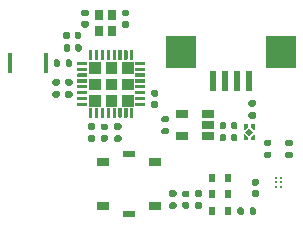
<source format=gtp>
%TF.GenerationSoftware,KiCad,Pcbnew,(5.1.12)-1*%
%TF.CreationDate,2024-01-05T22:51:58+02:00*%
%TF.ProjectId,FlexBandage,466c6578-4261-46e6-9461-67652e6b6963,rev?*%
%TF.SameCoordinates,Original*%
%TF.FileFunction,Paste,Top*%
%TF.FilePolarity,Positive*%
%FSLAX46Y46*%
G04 Gerber Fmt 4.6, Leading zero omitted, Abs format (unit mm)*
G04 Created by KiCad (PCBNEW (5.1.12)-1) date 2024-01-05 22:51:58*
%MOMM*%
%LPD*%
G01*
G04 APERTURE LIST*
%ADD10C,0.001000*%
%ADD11C,0.010000*%
%ADD12C,0.100000*%
%ADD13R,1.000000X0.700000*%
%ADD14R,1.100000X0.550000*%
%ADD15R,0.750000X0.850000*%
%ADD16C,0.250000*%
%ADD17R,1.060000X0.650000*%
%ADD18R,2.500000X2.800000*%
%ADD19R,0.600000X1.700000*%
%ADD20R,0.400000X1.800000*%
%ADD21R,0.600000X0.700000*%
G04 APERTURE END LIST*
D10*
%TO.C,U4*%
G36*
X139776380Y-118292280D02*
G01*
X139951380Y-118472280D01*
X140026380Y-118472280D01*
X140026380Y-118072280D01*
X139776380Y-118072280D01*
X139776380Y-118292280D01*
G37*
X139776380Y-118292280D02*
X139951380Y-118472280D01*
X140026380Y-118472280D01*
X140026380Y-118072280D01*
X139776380Y-118072280D01*
X139776380Y-118292280D01*
G36*
X139376380Y-118292280D02*
G01*
X139201380Y-118472280D01*
X139126380Y-118472280D01*
X139126380Y-118072280D01*
X139376380Y-118072280D01*
X139376380Y-118292280D01*
G37*
X139376380Y-118292280D02*
X139201380Y-118472280D01*
X139126380Y-118472280D01*
X139126380Y-118072280D01*
X139376380Y-118072280D01*
X139376380Y-118292280D01*
G36*
X139776380Y-119152280D02*
G01*
X139951380Y-118972280D01*
X140026380Y-118972280D01*
X140026380Y-119372280D01*
X139776380Y-119372280D01*
X139776380Y-119152280D01*
G37*
X139776380Y-119152280D02*
X139951380Y-118972280D01*
X140026380Y-118972280D01*
X140026380Y-119372280D01*
X139776380Y-119372280D01*
X139776380Y-119152280D01*
G36*
X139376380Y-119152280D02*
G01*
X139126380Y-118902280D01*
X139126380Y-119372280D01*
X139376380Y-119372280D01*
X139376380Y-119152280D01*
G37*
X139376380Y-119152280D02*
X139126380Y-118902280D01*
X139126380Y-119372280D01*
X139376380Y-119372280D01*
X139376380Y-119152280D01*
D11*
%TO.C,U1*%
G36*
X127460000Y-115634700D02*
G01*
X128360000Y-115634700D01*
X128360000Y-116534700D01*
X127460000Y-116534700D01*
X127460000Y-115634700D01*
G37*
X127460000Y-115634700D02*
X128360000Y-115634700D01*
X128360000Y-116534700D01*
X127460000Y-116534700D01*
X127460000Y-115634700D01*
G36*
X126060000Y-115634700D02*
G01*
X126960000Y-115634700D01*
X126960000Y-116534700D01*
X126060000Y-116534700D01*
X126060000Y-115634700D01*
G37*
X126060000Y-115634700D02*
X126960000Y-115634700D01*
X126960000Y-116534700D01*
X126060000Y-116534700D01*
X126060000Y-115634700D01*
G36*
X126060000Y-112834700D02*
G01*
X126960000Y-112834700D01*
X126960000Y-113734700D01*
X126060000Y-113734700D01*
X126060000Y-112834700D01*
G37*
X126060000Y-112834700D02*
X126960000Y-112834700D01*
X126960000Y-113734700D01*
X126060000Y-113734700D01*
X126060000Y-112834700D01*
G36*
X126060000Y-114234700D02*
G01*
X126960000Y-114234700D01*
X126960000Y-115134700D01*
X126060000Y-115134700D01*
X126060000Y-114234700D01*
G37*
X126060000Y-114234700D02*
X126960000Y-114234700D01*
X126960000Y-115134700D01*
X126060000Y-115134700D01*
X126060000Y-114234700D01*
G36*
X128860000Y-114234700D02*
G01*
X129760000Y-114234700D01*
X129760000Y-115134700D01*
X128860000Y-115134700D01*
X128860000Y-114234700D01*
G37*
X128860000Y-114234700D02*
X129760000Y-114234700D01*
X129760000Y-115134700D01*
X128860000Y-115134700D01*
X128860000Y-114234700D01*
G36*
X128860000Y-115634700D02*
G01*
X129760000Y-115634700D01*
X129760000Y-116534700D01*
X128860000Y-116534700D01*
X128860000Y-115634700D01*
G37*
X128860000Y-115634700D02*
X129760000Y-115634700D01*
X129760000Y-116534700D01*
X128860000Y-116534700D01*
X128860000Y-115634700D01*
G36*
X128860000Y-112834700D02*
G01*
X129760000Y-112834700D01*
X129760000Y-113734700D01*
X128860000Y-113734700D01*
X128860000Y-112834700D01*
G37*
X128860000Y-112834700D02*
X129760000Y-112834700D01*
X129760000Y-113734700D01*
X128860000Y-113734700D01*
X128860000Y-112834700D01*
G36*
X127460000Y-112834700D02*
G01*
X128360000Y-112834700D01*
X128360000Y-113734700D01*
X127460000Y-113734700D01*
X127460000Y-112834700D01*
G37*
X127460000Y-112834700D02*
X128360000Y-112834700D01*
X128360000Y-113734700D01*
X127460000Y-113734700D01*
X127460000Y-112834700D01*
G36*
X127460000Y-114234700D02*
G01*
X128360000Y-114234700D01*
X128360000Y-115134700D01*
X127460000Y-115134700D01*
X127460000Y-114234700D01*
G37*
X127460000Y-114234700D02*
X128360000Y-114234700D01*
X128360000Y-115134700D01*
X127460000Y-115134700D01*
X127460000Y-114234700D01*
%TD*%
D12*
%TO.C,U4*%
G36*
X139576380Y-119061691D02*
G01*
X139236969Y-118722280D01*
X139576380Y-118382869D01*
X139915791Y-118722280D01*
X139576380Y-119061691D01*
G37*
%TD*%
D13*
%TO.C,S1*%
X131634000Y-121300000D03*
X127234000Y-121300000D03*
X131634000Y-125000000D03*
X127234000Y-125000000D03*
D14*
X129434000Y-120625000D03*
X129434000Y-125675000D03*
%TD*%
D15*
%TO.C,Y1*%
X127945000Y-108820000D03*
X127945000Y-110170000D03*
X126895000Y-110170000D03*
X126895000Y-108820000D03*
%TD*%
D16*
%TO.C,U3*%
X142261000Y-123409000D03*
X141861000Y-123409000D03*
X142261000Y-123009000D03*
X141861000Y-123009000D03*
X142261000Y-122609000D03*
X141861000Y-122609000D03*
%TD*%
D17*
%TO.C,U2*%
X133870000Y-119135000D03*
X133870000Y-117235000D03*
X136070000Y-117235000D03*
X136070000Y-118185000D03*
X136070000Y-119135000D03*
%TD*%
D18*
%TO.C,J1*%
X133800000Y-111980000D03*
X142300000Y-111980000D03*
D19*
X136550000Y-114430000D03*
X137550000Y-114430000D03*
X138550000Y-114430000D03*
X139550000Y-114430000D03*
%TD*%
D20*
%TO.C,ANT1*%
X119310000Y-112930000D03*
X122410000Y-112930000D03*
%TD*%
%TO.C,U1*%
G36*
G01*
X129955000Y-113061600D02*
X129955000Y-112807800D01*
G75*
G02*
X129963100Y-112799700I8100J0D01*
G01*
X130756900Y-112799700D01*
G75*
G02*
X130765000Y-112807800I0J-8100D01*
G01*
X130765000Y-113061600D01*
G75*
G02*
X130756900Y-113069700I-8100J0D01*
G01*
X129963100Y-113069700D01*
G75*
G02*
X129955000Y-113061600I0J8100D01*
G01*
G37*
G36*
G01*
X129955000Y-113561600D02*
X129955000Y-113307800D01*
G75*
G02*
X129963100Y-113299700I8100J0D01*
G01*
X130756900Y-113299700D01*
G75*
G02*
X130765000Y-113307800I0J-8100D01*
G01*
X130765000Y-113561600D01*
G75*
G02*
X130756900Y-113569700I-8100J0D01*
G01*
X129963100Y-113569700D01*
G75*
G02*
X129955000Y-113561600I0J8100D01*
G01*
G37*
G36*
G01*
X129955000Y-114061600D02*
X129955000Y-113807800D01*
G75*
G02*
X129963100Y-113799700I8100J0D01*
G01*
X130756900Y-113799700D01*
G75*
G02*
X130765000Y-113807800I0J-8100D01*
G01*
X130765000Y-114061600D01*
G75*
G02*
X130756900Y-114069700I-8100J0D01*
G01*
X129963100Y-114069700D01*
G75*
G02*
X129955000Y-114061600I0J8100D01*
G01*
G37*
G36*
G01*
X129955000Y-114561600D02*
X129955000Y-114307800D01*
G75*
G02*
X129963100Y-114299700I8100J0D01*
G01*
X130756900Y-114299700D01*
G75*
G02*
X130765000Y-114307800I0J-8100D01*
G01*
X130765000Y-114561600D01*
G75*
G02*
X130756900Y-114569700I-8100J0D01*
G01*
X129963100Y-114569700D01*
G75*
G02*
X129955000Y-114561600I0J8100D01*
G01*
G37*
G36*
G01*
X129955000Y-115061600D02*
X129955000Y-114807800D01*
G75*
G02*
X129963100Y-114799700I8100J0D01*
G01*
X130756900Y-114799700D01*
G75*
G02*
X130765000Y-114807800I0J-8100D01*
G01*
X130765000Y-115061600D01*
G75*
G02*
X130756900Y-115069700I-8100J0D01*
G01*
X129963100Y-115069700D01*
G75*
G02*
X129955000Y-115061600I0J8100D01*
G01*
G37*
G36*
G01*
X129955000Y-115561600D02*
X129955000Y-115307800D01*
G75*
G02*
X129963100Y-115299700I8100J0D01*
G01*
X130756900Y-115299700D01*
G75*
G02*
X130765000Y-115307800I0J-8100D01*
G01*
X130765000Y-115561600D01*
G75*
G02*
X130756900Y-115569700I-8100J0D01*
G01*
X129963100Y-115569700D01*
G75*
G02*
X129955000Y-115561600I0J8100D01*
G01*
G37*
G36*
G01*
X129955000Y-116061600D02*
X129955000Y-115807800D01*
G75*
G02*
X129963100Y-115799700I8100J0D01*
G01*
X130756900Y-115799700D01*
G75*
G02*
X130765000Y-115807800I0J-8100D01*
G01*
X130765000Y-116061600D01*
G75*
G02*
X130756900Y-116069700I-8100J0D01*
G01*
X129963100Y-116069700D01*
G75*
G02*
X129955000Y-116061600I0J8100D01*
G01*
G37*
G36*
G01*
X129955000Y-116561600D02*
X129955000Y-116307800D01*
G75*
G02*
X129963100Y-116299700I8100J0D01*
G01*
X130756900Y-116299700D01*
G75*
G02*
X130765000Y-116307800I0J-8100D01*
G01*
X130765000Y-116561600D01*
G75*
G02*
X130756900Y-116569700I-8100J0D01*
G01*
X129963100Y-116569700D01*
G75*
G02*
X129955000Y-116561600I0J8100D01*
G01*
G37*
G36*
G01*
X125055000Y-116561600D02*
X125055000Y-116307800D01*
G75*
G02*
X125063100Y-116299700I8100J0D01*
G01*
X125856900Y-116299700D01*
G75*
G02*
X125865000Y-116307800I0J-8100D01*
G01*
X125865000Y-116561600D01*
G75*
G02*
X125856900Y-116569700I-8100J0D01*
G01*
X125063100Y-116569700D01*
G75*
G02*
X125055000Y-116561600I0J8100D01*
G01*
G37*
G36*
G01*
X125055000Y-116061600D02*
X125055000Y-115807800D01*
G75*
G02*
X125063100Y-115799700I8100J0D01*
G01*
X125856900Y-115799700D01*
G75*
G02*
X125865000Y-115807800I0J-8100D01*
G01*
X125865000Y-116061600D01*
G75*
G02*
X125856900Y-116069700I-8100J0D01*
G01*
X125063100Y-116069700D01*
G75*
G02*
X125055000Y-116061600I0J8100D01*
G01*
G37*
G36*
G01*
X125055000Y-115561600D02*
X125055000Y-115307800D01*
G75*
G02*
X125063100Y-115299700I8100J0D01*
G01*
X125856900Y-115299700D01*
G75*
G02*
X125865000Y-115307800I0J-8100D01*
G01*
X125865000Y-115561600D01*
G75*
G02*
X125856900Y-115569700I-8100J0D01*
G01*
X125063100Y-115569700D01*
G75*
G02*
X125055000Y-115561600I0J8100D01*
G01*
G37*
G36*
G01*
X125055000Y-115061600D02*
X125055000Y-114807800D01*
G75*
G02*
X125063100Y-114799700I8100J0D01*
G01*
X125856900Y-114799700D01*
G75*
G02*
X125865000Y-114807800I0J-8100D01*
G01*
X125865000Y-115061600D01*
G75*
G02*
X125856900Y-115069700I-8100J0D01*
G01*
X125063100Y-115069700D01*
G75*
G02*
X125055000Y-115061600I0J8100D01*
G01*
G37*
G36*
G01*
X125055000Y-114561600D02*
X125055000Y-114307800D01*
G75*
G02*
X125063100Y-114299700I8100J0D01*
G01*
X125856900Y-114299700D01*
G75*
G02*
X125865000Y-114307800I0J-8100D01*
G01*
X125865000Y-114561600D01*
G75*
G02*
X125856900Y-114569700I-8100J0D01*
G01*
X125063100Y-114569700D01*
G75*
G02*
X125055000Y-114561600I0J8100D01*
G01*
G37*
G36*
G01*
X125055000Y-114061600D02*
X125055000Y-113807800D01*
G75*
G02*
X125063100Y-113799700I8100J0D01*
G01*
X125856900Y-113799700D01*
G75*
G02*
X125865000Y-113807800I0J-8100D01*
G01*
X125865000Y-114061600D01*
G75*
G02*
X125856900Y-114069700I-8100J0D01*
G01*
X125063100Y-114069700D01*
G75*
G02*
X125055000Y-114061600I0J8100D01*
G01*
G37*
G36*
G01*
X125055000Y-113561600D02*
X125055000Y-113307800D01*
G75*
G02*
X125063100Y-113299700I8100J0D01*
G01*
X125856900Y-113299700D01*
G75*
G02*
X125865000Y-113307800I0J-8100D01*
G01*
X125865000Y-113561600D01*
G75*
G02*
X125856900Y-113569700I-8100J0D01*
G01*
X125063100Y-113569700D01*
G75*
G02*
X125055000Y-113561600I0J8100D01*
G01*
G37*
G36*
G01*
X125055000Y-113061600D02*
X125055000Y-112807800D01*
G75*
G02*
X125063100Y-112799700I8100J0D01*
G01*
X125856900Y-112799700D01*
G75*
G02*
X125865000Y-112807800I0J-8100D01*
G01*
X125865000Y-113061600D01*
G75*
G02*
X125856900Y-113069700I-8100J0D01*
G01*
X125063100Y-113069700D01*
G75*
G02*
X125055000Y-113061600I0J8100D01*
G01*
G37*
G36*
G01*
X126025000Y-112612700D02*
X126025000Y-111856700D01*
G75*
G02*
X126052000Y-111829700I27000J0D01*
G01*
X126268000Y-111829700D01*
G75*
G02*
X126295000Y-111856700I0J-27000D01*
G01*
X126295000Y-112612700D01*
G75*
G02*
X126268000Y-112639700I-27000J0D01*
G01*
X126052000Y-112639700D01*
G75*
G02*
X126025000Y-112612700I0J27000D01*
G01*
G37*
G36*
G01*
X126525000Y-112612700D02*
X126525000Y-111856700D01*
G75*
G02*
X126552000Y-111829700I27000J0D01*
G01*
X126768000Y-111829700D01*
G75*
G02*
X126795000Y-111856700I0J-27000D01*
G01*
X126795000Y-112612700D01*
G75*
G02*
X126768000Y-112639700I-27000J0D01*
G01*
X126552000Y-112639700D01*
G75*
G02*
X126525000Y-112612700I0J27000D01*
G01*
G37*
G36*
G01*
X127025000Y-112612700D02*
X127025000Y-111856700D01*
G75*
G02*
X127052000Y-111829700I27000J0D01*
G01*
X127268000Y-111829700D01*
G75*
G02*
X127295000Y-111856700I0J-27000D01*
G01*
X127295000Y-112612700D01*
G75*
G02*
X127268000Y-112639700I-27000J0D01*
G01*
X127052000Y-112639700D01*
G75*
G02*
X127025000Y-112612700I0J27000D01*
G01*
G37*
G36*
G01*
X127525000Y-112612700D02*
X127525000Y-111856700D01*
G75*
G02*
X127552000Y-111829700I27000J0D01*
G01*
X127768000Y-111829700D01*
G75*
G02*
X127795000Y-111856700I0J-27000D01*
G01*
X127795000Y-112612700D01*
G75*
G02*
X127768000Y-112639700I-27000J0D01*
G01*
X127552000Y-112639700D01*
G75*
G02*
X127525000Y-112612700I0J27000D01*
G01*
G37*
G36*
G01*
X128025000Y-112612700D02*
X128025000Y-111856700D01*
G75*
G02*
X128052000Y-111829700I27000J0D01*
G01*
X128268000Y-111829700D01*
G75*
G02*
X128295000Y-111856700I0J-27000D01*
G01*
X128295000Y-112612700D01*
G75*
G02*
X128268000Y-112639700I-27000J0D01*
G01*
X128052000Y-112639700D01*
G75*
G02*
X128025000Y-112612700I0J27000D01*
G01*
G37*
G36*
G01*
X128525000Y-112612700D02*
X128525000Y-111856700D01*
G75*
G02*
X128552000Y-111829700I27000J0D01*
G01*
X128768000Y-111829700D01*
G75*
G02*
X128795000Y-111856700I0J-27000D01*
G01*
X128795000Y-112612700D01*
G75*
G02*
X128768000Y-112639700I-27000J0D01*
G01*
X128552000Y-112639700D01*
G75*
G02*
X128525000Y-112612700I0J27000D01*
G01*
G37*
G36*
G01*
X129025000Y-112612700D02*
X129025000Y-111856700D01*
G75*
G02*
X129052000Y-111829700I27000J0D01*
G01*
X129268000Y-111829700D01*
G75*
G02*
X129295000Y-111856700I0J-27000D01*
G01*
X129295000Y-112612700D01*
G75*
G02*
X129268000Y-112639700I-27000J0D01*
G01*
X129052000Y-112639700D01*
G75*
G02*
X129025000Y-112612700I0J27000D01*
G01*
G37*
G36*
G01*
X129525000Y-112612700D02*
X129525000Y-111856700D01*
G75*
G02*
X129552000Y-111829700I27000J0D01*
G01*
X129768000Y-111829700D01*
G75*
G02*
X129795000Y-111856700I0J-27000D01*
G01*
X129795000Y-112612700D01*
G75*
G02*
X129768000Y-112639700I-27000J0D01*
G01*
X129552000Y-112639700D01*
G75*
G02*
X129525000Y-112612700I0J27000D01*
G01*
G37*
G36*
G01*
X129525000Y-117512700D02*
X129525000Y-116756700D01*
G75*
G02*
X129552000Y-116729700I27000J0D01*
G01*
X129768000Y-116729700D01*
G75*
G02*
X129795000Y-116756700I0J-27000D01*
G01*
X129795000Y-117512700D01*
G75*
G02*
X129768000Y-117539700I-27000J0D01*
G01*
X129552000Y-117539700D01*
G75*
G02*
X129525000Y-117512700I0J27000D01*
G01*
G37*
G36*
G01*
X129025000Y-117512700D02*
X129025000Y-116756700D01*
G75*
G02*
X129052000Y-116729700I27000J0D01*
G01*
X129268000Y-116729700D01*
G75*
G02*
X129295000Y-116756700I0J-27000D01*
G01*
X129295000Y-117512700D01*
G75*
G02*
X129268000Y-117539700I-27000J0D01*
G01*
X129052000Y-117539700D01*
G75*
G02*
X129025000Y-117512700I0J27000D01*
G01*
G37*
G36*
G01*
X128525000Y-117512700D02*
X128525000Y-116756700D01*
G75*
G02*
X128552000Y-116729700I27000J0D01*
G01*
X128768000Y-116729700D01*
G75*
G02*
X128795000Y-116756700I0J-27000D01*
G01*
X128795000Y-117512700D01*
G75*
G02*
X128768000Y-117539700I-27000J0D01*
G01*
X128552000Y-117539700D01*
G75*
G02*
X128525000Y-117512700I0J27000D01*
G01*
G37*
G36*
G01*
X128025000Y-117512700D02*
X128025000Y-116756700D01*
G75*
G02*
X128052000Y-116729700I27000J0D01*
G01*
X128268000Y-116729700D01*
G75*
G02*
X128295000Y-116756700I0J-27000D01*
G01*
X128295000Y-117512700D01*
G75*
G02*
X128268000Y-117539700I-27000J0D01*
G01*
X128052000Y-117539700D01*
G75*
G02*
X128025000Y-117512700I0J27000D01*
G01*
G37*
G36*
G01*
X127525000Y-117512700D02*
X127525000Y-116756700D01*
G75*
G02*
X127552000Y-116729700I27000J0D01*
G01*
X127768000Y-116729700D01*
G75*
G02*
X127795000Y-116756700I0J-27000D01*
G01*
X127795000Y-117512700D01*
G75*
G02*
X127768000Y-117539700I-27000J0D01*
G01*
X127552000Y-117539700D01*
G75*
G02*
X127525000Y-117512700I0J27000D01*
G01*
G37*
G36*
G01*
X127025000Y-117512700D02*
X127025000Y-116756700D01*
G75*
G02*
X127052000Y-116729700I27000J0D01*
G01*
X127268000Y-116729700D01*
G75*
G02*
X127295000Y-116756700I0J-27000D01*
G01*
X127295000Y-117512700D01*
G75*
G02*
X127268000Y-117539700I-27000J0D01*
G01*
X127052000Y-117539700D01*
G75*
G02*
X127025000Y-117512700I0J27000D01*
G01*
G37*
G36*
G01*
X126525000Y-117512700D02*
X126525000Y-116756700D01*
G75*
G02*
X126552000Y-116729700I27000J0D01*
G01*
X126768000Y-116729700D01*
G75*
G02*
X126795000Y-116756700I0J-27000D01*
G01*
X126795000Y-117512700D01*
G75*
G02*
X126768000Y-117539700I-27000J0D01*
G01*
X126552000Y-117539700D01*
G75*
G02*
X126525000Y-117512700I0J27000D01*
G01*
G37*
G36*
G01*
X126025000Y-117512700D02*
X126025000Y-116756700D01*
G75*
G02*
X126052000Y-116729700I27000J0D01*
G01*
X126268000Y-116729700D01*
G75*
G02*
X126295000Y-116756700I0J-27000D01*
G01*
X126295000Y-117512700D01*
G75*
G02*
X126268000Y-117539700I-27000J0D01*
G01*
X126052000Y-117539700D01*
G75*
G02*
X126025000Y-117512700I0J27000D01*
G01*
G37*
%TD*%
%TO.C,R12*%
G36*
G01*
X142780000Y-120419700D02*
X143150000Y-120419700D01*
G75*
G02*
X143285000Y-120554700I0J-135000D01*
G01*
X143285000Y-120824700D01*
G75*
G02*
X143150000Y-120959700I-135000J0D01*
G01*
X142780000Y-120959700D01*
G75*
G02*
X142645000Y-120824700I0J135000D01*
G01*
X142645000Y-120554700D01*
G75*
G02*
X142780000Y-120419700I135000J0D01*
G01*
G37*
G36*
G01*
X142780000Y-119399700D02*
X143150000Y-119399700D01*
G75*
G02*
X143285000Y-119534700I0J-135000D01*
G01*
X143285000Y-119804700D01*
G75*
G02*
X143150000Y-119939700I-135000J0D01*
G01*
X142780000Y-119939700D01*
G75*
G02*
X142645000Y-119804700I0J135000D01*
G01*
X142645000Y-119534700D01*
G75*
G02*
X142780000Y-119399700I135000J0D01*
G01*
G37*
%TD*%
%TO.C,R11*%
G36*
G01*
X140039380Y-116600000D02*
X139669380Y-116600000D01*
G75*
G02*
X139534380Y-116465000I0J135000D01*
G01*
X139534380Y-116195000D01*
G75*
G02*
X139669380Y-116060000I135000J0D01*
G01*
X140039380Y-116060000D01*
G75*
G02*
X140174380Y-116195000I0J-135000D01*
G01*
X140174380Y-116465000D01*
G75*
G02*
X140039380Y-116600000I-135000J0D01*
G01*
G37*
G36*
G01*
X140039380Y-117620000D02*
X139669380Y-117620000D01*
G75*
G02*
X139534380Y-117485000I0J135000D01*
G01*
X139534380Y-117215000D01*
G75*
G02*
X139669380Y-117080000I135000J0D01*
G01*
X140039380Y-117080000D01*
G75*
G02*
X140174380Y-117215000I0J-135000D01*
G01*
X140174380Y-117485000D01*
G75*
G02*
X140039380Y-117620000I-135000J0D01*
G01*
G37*
%TD*%
%TO.C,R10*%
G36*
G01*
X140977000Y-120419700D02*
X141347000Y-120419700D01*
G75*
G02*
X141482000Y-120554700I0J-135000D01*
G01*
X141482000Y-120824700D01*
G75*
G02*
X141347000Y-120959700I-135000J0D01*
G01*
X140977000Y-120959700D01*
G75*
G02*
X140842000Y-120824700I0J135000D01*
G01*
X140842000Y-120554700D01*
G75*
G02*
X140977000Y-120419700I135000J0D01*
G01*
G37*
G36*
G01*
X140977000Y-119399700D02*
X141347000Y-119399700D01*
G75*
G02*
X141482000Y-119534700I0J-135000D01*
G01*
X141482000Y-119804700D01*
G75*
G02*
X141347000Y-119939700I-135000J0D01*
G01*
X140977000Y-119939700D01*
G75*
G02*
X140842000Y-119804700I0J135000D01*
G01*
X140842000Y-119534700D01*
G75*
G02*
X140977000Y-119399700I135000J0D01*
G01*
G37*
%TD*%
%TO.C,R9*%
G36*
G01*
X135111900Y-124720000D02*
X135481900Y-124720000D01*
G75*
G02*
X135616900Y-124855000I0J-135000D01*
G01*
X135616900Y-125125000D01*
G75*
G02*
X135481900Y-125260000I-135000J0D01*
G01*
X135111900Y-125260000D01*
G75*
G02*
X134976900Y-125125000I0J135000D01*
G01*
X134976900Y-124855000D01*
G75*
G02*
X135111900Y-124720000I135000J0D01*
G01*
G37*
G36*
G01*
X135111900Y-123700000D02*
X135481900Y-123700000D01*
G75*
G02*
X135616900Y-123835000I0J-135000D01*
G01*
X135616900Y-124105000D01*
G75*
G02*
X135481900Y-124240000I-135000J0D01*
G01*
X135111900Y-124240000D01*
G75*
G02*
X134976900Y-124105000I0J135000D01*
G01*
X134976900Y-123835000D01*
G75*
G02*
X135111900Y-123700000I135000J0D01*
G01*
G37*
%TD*%
%TO.C,R8*%
G36*
G01*
X126425000Y-118560000D02*
X126055000Y-118560000D01*
G75*
G02*
X125920000Y-118425000I0J135000D01*
G01*
X125920000Y-118155000D01*
G75*
G02*
X126055000Y-118020000I135000J0D01*
G01*
X126425000Y-118020000D01*
G75*
G02*
X126560000Y-118155000I0J-135000D01*
G01*
X126560000Y-118425000D01*
G75*
G02*
X126425000Y-118560000I-135000J0D01*
G01*
G37*
G36*
G01*
X126425000Y-119580000D02*
X126055000Y-119580000D01*
G75*
G02*
X125920000Y-119445000I0J135000D01*
G01*
X125920000Y-119175000D01*
G75*
G02*
X126055000Y-119040000I135000J0D01*
G01*
X126425000Y-119040000D01*
G75*
G02*
X126560000Y-119175000I0J-135000D01*
G01*
X126560000Y-119445000D01*
G75*
G02*
X126425000Y-119580000I-135000J0D01*
G01*
G37*
%TD*%
%TO.C,R7*%
G36*
G01*
X139624000Y-125635000D02*
X139624000Y-125265000D01*
G75*
G02*
X139759000Y-125130000I135000J0D01*
G01*
X140029000Y-125130000D01*
G75*
G02*
X140164000Y-125265000I0J-135000D01*
G01*
X140164000Y-125635000D01*
G75*
G02*
X140029000Y-125770000I-135000J0D01*
G01*
X139759000Y-125770000D01*
G75*
G02*
X139624000Y-125635000I0J135000D01*
G01*
G37*
G36*
G01*
X138604000Y-125635000D02*
X138604000Y-125265000D01*
G75*
G02*
X138739000Y-125130000I135000J0D01*
G01*
X139009000Y-125130000D01*
G75*
G02*
X139144000Y-125265000I0J-135000D01*
G01*
X139144000Y-125635000D01*
G75*
G02*
X139009000Y-125770000I-135000J0D01*
G01*
X138739000Y-125770000D01*
G75*
G02*
X138604000Y-125635000I0J135000D01*
G01*
G37*
%TD*%
%TO.C,R6*%
G36*
G01*
X132939000Y-124720000D02*
X133309000Y-124720000D01*
G75*
G02*
X133444000Y-124855000I0J-135000D01*
G01*
X133444000Y-125125000D01*
G75*
G02*
X133309000Y-125260000I-135000J0D01*
G01*
X132939000Y-125260000D01*
G75*
G02*
X132804000Y-125125000I0J135000D01*
G01*
X132804000Y-124855000D01*
G75*
G02*
X132939000Y-124720000I135000J0D01*
G01*
G37*
G36*
G01*
X132939000Y-123700000D02*
X133309000Y-123700000D01*
G75*
G02*
X133444000Y-123835000I0J-135000D01*
G01*
X133444000Y-124105000D01*
G75*
G02*
X133309000Y-124240000I-135000J0D01*
G01*
X132939000Y-124240000D01*
G75*
G02*
X132804000Y-124105000I0J135000D01*
G01*
X132804000Y-123835000D01*
G75*
G02*
X132939000Y-123700000I135000J0D01*
G01*
G37*
%TD*%
%TO.C,R5*%
G36*
G01*
X124135000Y-115299700D02*
X124505000Y-115299700D01*
G75*
G02*
X124640000Y-115434700I0J-135000D01*
G01*
X124640000Y-115704700D01*
G75*
G02*
X124505000Y-115839700I-135000J0D01*
G01*
X124135000Y-115839700D01*
G75*
G02*
X124000000Y-115704700I0J135000D01*
G01*
X124000000Y-115434700D01*
G75*
G02*
X124135000Y-115299700I135000J0D01*
G01*
G37*
G36*
G01*
X124135000Y-114279700D02*
X124505000Y-114279700D01*
G75*
G02*
X124640000Y-114414700I0J-135000D01*
G01*
X124640000Y-114684700D01*
G75*
G02*
X124505000Y-114819700I-135000J0D01*
G01*
X124135000Y-114819700D01*
G75*
G02*
X124000000Y-114684700I0J135000D01*
G01*
X124000000Y-114414700D01*
G75*
G02*
X124135000Y-114279700I135000J0D01*
G01*
G37*
%TD*%
%TO.C,R4*%
G36*
G01*
X128660000Y-118560000D02*
X128290000Y-118560000D01*
G75*
G02*
X128155000Y-118425000I0J135000D01*
G01*
X128155000Y-118155000D01*
G75*
G02*
X128290000Y-118020000I135000J0D01*
G01*
X128660000Y-118020000D01*
G75*
G02*
X128795000Y-118155000I0J-135000D01*
G01*
X128795000Y-118425000D01*
G75*
G02*
X128660000Y-118560000I-135000J0D01*
G01*
G37*
G36*
G01*
X128660000Y-119580000D02*
X128290000Y-119580000D01*
G75*
G02*
X128155000Y-119445000I0J135000D01*
G01*
X128155000Y-119175000D01*
G75*
G02*
X128290000Y-119040000I135000J0D01*
G01*
X128660000Y-119040000D01*
G75*
G02*
X128795000Y-119175000I0J-135000D01*
G01*
X128795000Y-119445000D01*
G75*
G02*
X128660000Y-119580000I-135000J0D01*
G01*
G37*
%TD*%
%TO.C,R3*%
G36*
G01*
X132665000Y-117945000D02*
X132295000Y-117945000D01*
G75*
G02*
X132160000Y-117810000I0J135000D01*
G01*
X132160000Y-117540000D01*
G75*
G02*
X132295000Y-117405000I135000J0D01*
G01*
X132665000Y-117405000D01*
G75*
G02*
X132800000Y-117540000I0J-135000D01*
G01*
X132800000Y-117810000D01*
G75*
G02*
X132665000Y-117945000I-135000J0D01*
G01*
G37*
G36*
G01*
X132665000Y-118965000D02*
X132295000Y-118965000D01*
G75*
G02*
X132160000Y-118830000I0J135000D01*
G01*
X132160000Y-118560000D01*
G75*
G02*
X132295000Y-118425000I135000J0D01*
G01*
X132665000Y-118425000D01*
G75*
G02*
X132800000Y-118560000I0J-135000D01*
G01*
X132800000Y-118830000D01*
G75*
G02*
X132665000Y-118965000I-135000J0D01*
G01*
G37*
%TD*%
%TO.C,R2*%
G36*
G01*
X124050000Y-113115000D02*
X124050000Y-112745000D01*
G75*
G02*
X124185000Y-112610000I135000J0D01*
G01*
X124455000Y-112610000D01*
G75*
G02*
X124590000Y-112745000I0J-135000D01*
G01*
X124590000Y-113115000D01*
G75*
G02*
X124455000Y-113250000I-135000J0D01*
G01*
X124185000Y-113250000D01*
G75*
G02*
X124050000Y-113115000I0J135000D01*
G01*
G37*
G36*
G01*
X123030000Y-113115000D02*
X123030000Y-112745000D01*
G75*
G02*
X123165000Y-112610000I135000J0D01*
G01*
X123435000Y-112610000D01*
G75*
G02*
X123570000Y-112745000I0J-135000D01*
G01*
X123570000Y-113115000D01*
G75*
G02*
X123435000Y-113250000I-135000J0D01*
G01*
X123165000Y-113250000D01*
G75*
G02*
X123030000Y-113115000I0J135000D01*
G01*
G37*
%TD*%
%TO.C,R1*%
G36*
G01*
X123065000Y-115299700D02*
X123435000Y-115299700D01*
G75*
G02*
X123570000Y-115434700I0J-135000D01*
G01*
X123570000Y-115704700D01*
G75*
G02*
X123435000Y-115839700I-135000J0D01*
G01*
X123065000Y-115839700D01*
G75*
G02*
X122930000Y-115704700I0J135000D01*
G01*
X122930000Y-115434700D01*
G75*
G02*
X123065000Y-115299700I135000J0D01*
G01*
G37*
G36*
G01*
X123065000Y-114279700D02*
X123435000Y-114279700D01*
G75*
G02*
X123570000Y-114414700I0J-135000D01*
G01*
X123570000Y-114684700D01*
G75*
G02*
X123435000Y-114819700I-135000J0D01*
G01*
X123065000Y-114819700D01*
G75*
G02*
X122930000Y-114684700I0J135000D01*
G01*
X122930000Y-114414700D01*
G75*
G02*
X123065000Y-114279700I135000J0D01*
G01*
G37*
%TD*%
D21*
%TO.C,D3*%
X137824000Y-122630000D03*
X136424000Y-122630000D03*
%TD*%
%TO.C,D2*%
X136424000Y-125450000D03*
X137824000Y-125450000D03*
%TD*%
%TO.C,D1*%
X137824000Y-124040000D03*
X136424000Y-124040000D03*
%TD*%
%TO.C,C10*%
G36*
G01*
X137646640Y-119052660D02*
X137646640Y-119392660D01*
G75*
G02*
X137506640Y-119532660I-140000J0D01*
G01*
X137226640Y-119532660D01*
G75*
G02*
X137086640Y-119392660I0J140000D01*
G01*
X137086640Y-119052660D01*
G75*
G02*
X137226640Y-118912660I140000J0D01*
G01*
X137506640Y-118912660D01*
G75*
G02*
X137646640Y-119052660I0J-140000D01*
G01*
G37*
G36*
G01*
X138606640Y-119052660D02*
X138606640Y-119392660D01*
G75*
G02*
X138466640Y-119532660I-140000J0D01*
G01*
X138186640Y-119532660D01*
G75*
G02*
X138046640Y-119392660I0J140000D01*
G01*
X138046640Y-119052660D01*
G75*
G02*
X138186640Y-118912660I140000J0D01*
G01*
X138466640Y-118912660D01*
G75*
G02*
X138606640Y-119052660I0J-140000D01*
G01*
G37*
%TD*%
%TO.C,C9*%
G36*
G01*
X140290000Y-123289000D02*
X139950000Y-123289000D01*
G75*
G02*
X139810000Y-123149000I0J140000D01*
G01*
X139810000Y-122869000D01*
G75*
G02*
X139950000Y-122729000I140000J0D01*
G01*
X140290000Y-122729000D01*
G75*
G02*
X140430000Y-122869000I0J-140000D01*
G01*
X140430000Y-123149000D01*
G75*
G02*
X140290000Y-123289000I-140000J0D01*
G01*
G37*
G36*
G01*
X140290000Y-124249000D02*
X139950000Y-124249000D01*
G75*
G02*
X139810000Y-124109000I0J140000D01*
G01*
X139810000Y-123829000D01*
G75*
G02*
X139950000Y-123689000I140000J0D01*
G01*
X140290000Y-123689000D01*
G75*
G02*
X140430000Y-123829000I0J-140000D01*
G01*
X140430000Y-124109000D01*
G75*
G02*
X140290000Y-124249000I-140000J0D01*
G01*
G37*
%TD*%
%TO.C,C8*%
G36*
G01*
X134402640Y-124280000D02*
X134062640Y-124280000D01*
G75*
G02*
X133922640Y-124140000I0J140000D01*
G01*
X133922640Y-123860000D01*
G75*
G02*
X134062640Y-123720000I140000J0D01*
G01*
X134402640Y-123720000D01*
G75*
G02*
X134542640Y-123860000I0J-140000D01*
G01*
X134542640Y-124140000D01*
G75*
G02*
X134402640Y-124280000I-140000J0D01*
G01*
G37*
G36*
G01*
X134402640Y-125240000D02*
X134062640Y-125240000D01*
G75*
G02*
X133922640Y-125100000I0J140000D01*
G01*
X133922640Y-124820000D01*
G75*
G02*
X134062640Y-124680000I140000J0D01*
G01*
X134402640Y-124680000D01*
G75*
G02*
X134542640Y-124820000I0J-140000D01*
G01*
X134542640Y-125100000D01*
G75*
G02*
X134402640Y-125240000I-140000J0D01*
G01*
G37*
%TD*%
%TO.C,C7*%
G36*
G01*
X138046640Y-118386820D02*
X138046640Y-118046820D01*
G75*
G02*
X138186640Y-117906820I140000J0D01*
G01*
X138466640Y-117906820D01*
G75*
G02*
X138606640Y-118046820I0J-140000D01*
G01*
X138606640Y-118386820D01*
G75*
G02*
X138466640Y-118526820I-140000J0D01*
G01*
X138186640Y-118526820D01*
G75*
G02*
X138046640Y-118386820I0J140000D01*
G01*
G37*
G36*
G01*
X137086640Y-118386820D02*
X137086640Y-118046820D01*
G75*
G02*
X137226640Y-117906820I140000J0D01*
G01*
X137506640Y-117906820D01*
G75*
G02*
X137646640Y-118046820I0J-140000D01*
G01*
X137646640Y-118386820D01*
G75*
G02*
X137506640Y-118526820I-140000J0D01*
G01*
X137226640Y-118526820D01*
G75*
G02*
X137086640Y-118386820I0J140000D01*
G01*
G37*
%TD*%
%TO.C,C6*%
G36*
G01*
X127505000Y-118600000D02*
X127165000Y-118600000D01*
G75*
G02*
X127025000Y-118460000I0J140000D01*
G01*
X127025000Y-118180000D01*
G75*
G02*
X127165000Y-118040000I140000J0D01*
G01*
X127505000Y-118040000D01*
G75*
G02*
X127645000Y-118180000I0J-140000D01*
G01*
X127645000Y-118460000D01*
G75*
G02*
X127505000Y-118600000I-140000J0D01*
G01*
G37*
G36*
G01*
X127505000Y-119560000D02*
X127165000Y-119560000D01*
G75*
G02*
X127025000Y-119420000I0J140000D01*
G01*
X127025000Y-119140000D01*
G75*
G02*
X127165000Y-119000000I140000J0D01*
G01*
X127505000Y-119000000D01*
G75*
G02*
X127645000Y-119140000I0J-140000D01*
G01*
X127645000Y-119420000D01*
G75*
G02*
X127505000Y-119560000I-140000J0D01*
G01*
G37*
%TD*%
%TO.C,C5*%
G36*
G01*
X128949040Y-109355000D02*
X129289040Y-109355000D01*
G75*
G02*
X129429040Y-109495000I0J-140000D01*
G01*
X129429040Y-109775000D01*
G75*
G02*
X129289040Y-109915000I-140000J0D01*
G01*
X128949040Y-109915000D01*
G75*
G02*
X128809040Y-109775000I0J140000D01*
G01*
X128809040Y-109495000D01*
G75*
G02*
X128949040Y-109355000I140000J0D01*
G01*
G37*
G36*
G01*
X128949040Y-108395000D02*
X129289040Y-108395000D01*
G75*
G02*
X129429040Y-108535000I0J-140000D01*
G01*
X129429040Y-108815000D01*
G75*
G02*
X129289040Y-108955000I-140000J0D01*
G01*
X128949040Y-108955000D01*
G75*
G02*
X128809040Y-108815000I0J140000D01*
G01*
X128809040Y-108535000D01*
G75*
G02*
X128949040Y-108395000I140000J0D01*
G01*
G37*
%TD*%
%TO.C,C4*%
G36*
G01*
X125525120Y-109355000D02*
X125865120Y-109355000D01*
G75*
G02*
X126005120Y-109495000I0J-140000D01*
G01*
X126005120Y-109775000D01*
G75*
G02*
X125865120Y-109915000I-140000J0D01*
G01*
X125525120Y-109915000D01*
G75*
G02*
X125385120Y-109775000I0J140000D01*
G01*
X125385120Y-109495000D01*
G75*
G02*
X125525120Y-109355000I140000J0D01*
G01*
G37*
G36*
G01*
X125525120Y-108395000D02*
X125865120Y-108395000D01*
G75*
G02*
X126005120Y-108535000I0J-140000D01*
G01*
X126005120Y-108815000D01*
G75*
G02*
X125865120Y-108955000I-140000J0D01*
G01*
X125525120Y-108955000D01*
G75*
G02*
X125385120Y-108815000I0J140000D01*
G01*
X125385120Y-108535000D01*
G75*
G02*
X125525120Y-108395000I140000J0D01*
G01*
G37*
%TD*%
%TO.C,C3*%
G36*
G01*
X124450000Y-111460010D02*
X124450000Y-111800010D01*
G75*
G02*
X124310000Y-111940010I-140000J0D01*
G01*
X124030000Y-111940010D01*
G75*
G02*
X123890000Y-111800010I0J140000D01*
G01*
X123890000Y-111460010D01*
G75*
G02*
X124030000Y-111320010I140000J0D01*
G01*
X124310000Y-111320010D01*
G75*
G02*
X124450000Y-111460010I0J-140000D01*
G01*
G37*
G36*
G01*
X125410000Y-111460010D02*
X125410000Y-111800010D01*
G75*
G02*
X125270000Y-111940010I-140000J0D01*
G01*
X124990000Y-111940010D01*
G75*
G02*
X124850000Y-111800010I0J140000D01*
G01*
X124850000Y-111460010D01*
G75*
G02*
X124990000Y-111320010I140000J0D01*
G01*
X125270000Y-111320010D01*
G75*
G02*
X125410000Y-111460010I0J-140000D01*
G01*
G37*
%TD*%
%TO.C,C2*%
G36*
G01*
X124420000Y-110400000D02*
X124420000Y-110740000D01*
G75*
G02*
X124280000Y-110880000I-140000J0D01*
G01*
X124000000Y-110880000D01*
G75*
G02*
X123860000Y-110740000I0J140000D01*
G01*
X123860000Y-110400000D01*
G75*
G02*
X124000000Y-110260000I140000J0D01*
G01*
X124280000Y-110260000D01*
G75*
G02*
X124420000Y-110400000I0J-140000D01*
G01*
G37*
G36*
G01*
X125380000Y-110400000D02*
X125380000Y-110740000D01*
G75*
G02*
X125240000Y-110880000I-140000J0D01*
G01*
X124960000Y-110880000D01*
G75*
G02*
X124820000Y-110740000I0J140000D01*
G01*
X124820000Y-110400000D01*
G75*
G02*
X124960000Y-110260000I140000J0D01*
G01*
X125240000Y-110260000D01*
G75*
G02*
X125380000Y-110400000I0J-140000D01*
G01*
G37*
%TD*%
%TO.C,C1*%
G36*
G01*
X131423000Y-116154700D02*
X131763000Y-116154700D01*
G75*
G02*
X131903000Y-116294700I0J-140000D01*
G01*
X131903000Y-116574700D01*
G75*
G02*
X131763000Y-116714700I-140000J0D01*
G01*
X131423000Y-116714700D01*
G75*
G02*
X131283000Y-116574700I0J140000D01*
G01*
X131283000Y-116294700D01*
G75*
G02*
X131423000Y-116154700I140000J0D01*
G01*
G37*
G36*
G01*
X131423000Y-115194700D02*
X131763000Y-115194700D01*
G75*
G02*
X131903000Y-115334700I0J-140000D01*
G01*
X131903000Y-115614700D01*
G75*
G02*
X131763000Y-115754700I-140000J0D01*
G01*
X131423000Y-115754700D01*
G75*
G02*
X131283000Y-115614700I0J140000D01*
G01*
X131283000Y-115334700D01*
G75*
G02*
X131423000Y-115194700I140000J0D01*
G01*
G37*
%TD*%
M02*

</source>
